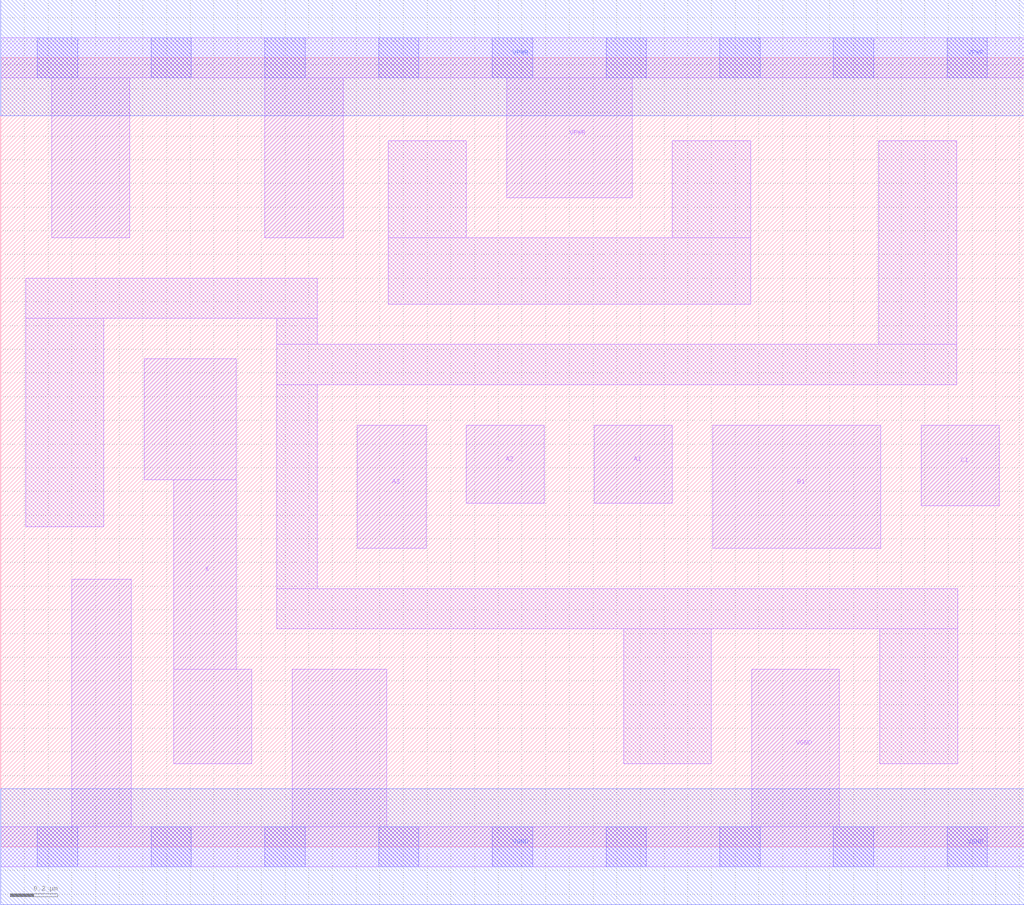
<source format=lef>
# Copyright 2020 The SkyWater PDK Authors
#
# Licensed under the Apache License, Version 2.0 (the "License");
# you may not use this file except in compliance with the License.
# You may obtain a copy of the License at
#
#     https://www.apache.org/licenses/LICENSE-2.0
#
# Unless required by applicable law or agreed to in writing, software
# distributed under the License is distributed on an "AS IS" BASIS,
# WITHOUT WARRANTIES OR CONDITIONS OF ANY KIND, either express or implied.
# See the License for the specific language governing permissions and
# limitations under the License.
#
# SPDX-License-Identifier: Apache-2.0

VERSION 5.7 ;
  NAMESCASESENSITIVE ON ;
  NOWIREEXTENSIONATPIN ON ;
  DIVIDERCHAR "/" ;
  BUSBITCHARS "[]" ;
UNITS
  DATABASE MICRONS 200 ;
END UNITS
MACRO sky130_fd_sc_ms__a311o_2
  CLASS CORE ;
  SOURCE USER ;
  FOREIGN sky130_fd_sc_ms__a311o_2 ;
  ORIGIN  0.000000  0.000000 ;
  SIZE  4.320000 BY  3.330000 ;
  SYMMETRY X Y ;
  SITE unit ;
  PIN A1
    ANTENNAGATEAREA  0.291000 ;
    DIRECTION INPUT ;
    USE SIGNAL ;
    PORT
      LAYER li1 ;
        RECT 2.505000 1.450000 2.835000 1.780000 ;
    END
  END A1
  PIN A2
    ANTENNAGATEAREA  0.291000 ;
    DIRECTION INPUT ;
    USE SIGNAL ;
    PORT
      LAYER li1 ;
        RECT 1.965000 1.450000 2.295000 1.780000 ;
    END
  END A2
  PIN A3
    ANTENNAGATEAREA  0.291000 ;
    DIRECTION INPUT ;
    USE SIGNAL ;
    PORT
      LAYER li1 ;
        RECT 1.505000 1.260000 1.795000 1.780000 ;
    END
  END A3
  PIN B1
    ANTENNAGATEAREA  0.291000 ;
    DIRECTION INPUT ;
    USE SIGNAL ;
    PORT
      LAYER li1 ;
        RECT 3.005000 1.260000 3.715000 1.780000 ;
    END
  END B1
  PIN C1
    ANTENNAGATEAREA  0.291000 ;
    DIRECTION INPUT ;
    USE SIGNAL ;
    PORT
      LAYER li1 ;
        RECT 3.885000 1.440000 4.215000 1.780000 ;
    END
  END C1
  PIN X
    ANTENNADIFFAREA  0.509600 ;
    DIRECTION OUTPUT ;
    USE SIGNAL ;
    PORT
      LAYER li1 ;
        RECT 0.605000 1.550000 0.995000 2.060000 ;
        RECT 0.730000 0.350000 1.060000 0.750000 ;
        RECT 0.730000 0.750000 0.995000 1.550000 ;
    END
  END X
  PIN VGND
    DIRECTION INOUT ;
    USE GROUND ;
    PORT
      LAYER li1 ;
        RECT 0.000000 -0.085000 4.320000 0.085000 ;
        RECT 0.300000  0.085000 0.550000 1.130000 ;
        RECT 1.230000  0.085000 1.630000 0.750000 ;
        RECT 3.170000  0.085000 3.540000 0.750000 ;
      LAYER mcon ;
        RECT 0.155000 -0.085000 0.325000 0.085000 ;
        RECT 0.635000 -0.085000 0.805000 0.085000 ;
        RECT 1.115000 -0.085000 1.285000 0.085000 ;
        RECT 1.595000 -0.085000 1.765000 0.085000 ;
        RECT 2.075000 -0.085000 2.245000 0.085000 ;
        RECT 2.555000 -0.085000 2.725000 0.085000 ;
        RECT 3.035000 -0.085000 3.205000 0.085000 ;
        RECT 3.515000 -0.085000 3.685000 0.085000 ;
        RECT 3.995000 -0.085000 4.165000 0.085000 ;
      LAYER met1 ;
        RECT 0.000000 -0.245000 4.320000 0.245000 ;
    END
  END VGND
  PIN VPWR
    DIRECTION INOUT ;
    USE POWER ;
    PORT
      LAYER li1 ;
        RECT 0.000000 3.245000 4.320000 3.415000 ;
        RECT 0.215000 2.570000 0.545000 3.245000 ;
        RECT 1.115000 2.570000 1.445000 3.245000 ;
        RECT 2.135000 2.740000 2.665000 3.245000 ;
      LAYER mcon ;
        RECT 0.155000 3.245000 0.325000 3.415000 ;
        RECT 0.635000 3.245000 0.805000 3.415000 ;
        RECT 1.115000 3.245000 1.285000 3.415000 ;
        RECT 1.595000 3.245000 1.765000 3.415000 ;
        RECT 2.075000 3.245000 2.245000 3.415000 ;
        RECT 2.555000 3.245000 2.725000 3.415000 ;
        RECT 3.035000 3.245000 3.205000 3.415000 ;
        RECT 3.515000 3.245000 3.685000 3.415000 ;
        RECT 3.995000 3.245000 4.165000 3.415000 ;
      LAYER met1 ;
        RECT 0.000000 3.085000 4.320000 3.575000 ;
    END
  END VPWR
  OBS
    LAYER li1 ;
      RECT 0.105000 1.350000 0.435000 2.230000 ;
      RECT 0.105000 2.230000 1.335000 2.400000 ;
      RECT 1.165000 0.920000 4.040000 1.090000 ;
      RECT 1.165000 1.090000 1.335000 1.950000 ;
      RECT 1.165000 1.950000 4.035000 2.120000 ;
      RECT 1.165000 2.120000 1.335000 2.230000 ;
      RECT 1.635000 2.290000 3.165000 2.570000 ;
      RECT 1.635000 2.570000 1.965000 2.980000 ;
      RECT 2.630000 0.350000 3.000000 0.920000 ;
      RECT 2.835000 2.570000 3.165000 2.980000 ;
      RECT 3.705000 2.120000 4.035000 2.980000 ;
      RECT 3.710000 0.350000 4.040000 0.920000 ;
  END
END sky130_fd_sc_ms__a311o_2

</source>
